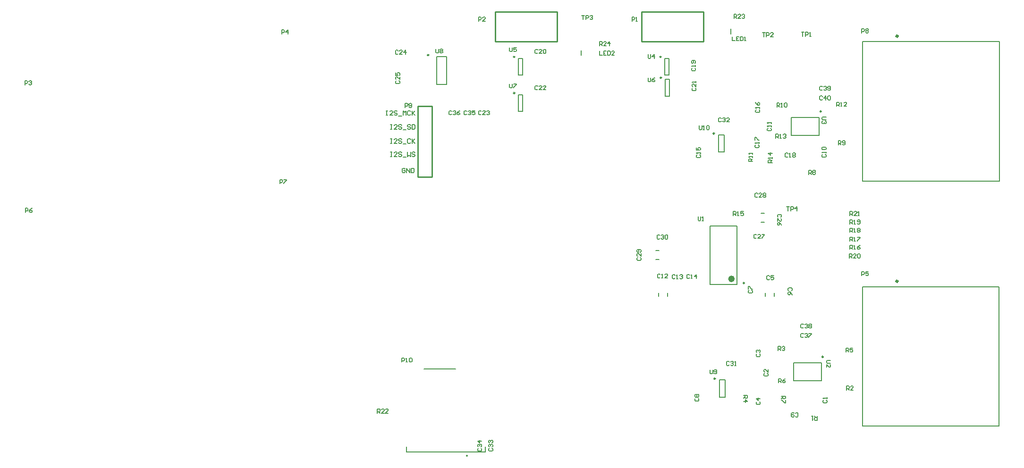
<source format=gto>
G04*
G04 #@! TF.GenerationSoftware,Altium Limited,Altium Designer,19.0.15 (446)*
G04*
G04 Layer_Color=65535*
%FSLAX25Y25*%
%MOIN*%
G70*
G01*
G75*
%ADD10C,0.01575*%
%ADD11C,0.00984*%
%ADD12C,0.02362*%
%ADD13C,0.00787*%
%ADD14C,0.01000*%
%ADD15C,0.00591*%
%ADD16C,0.00500*%
%ADD17C,0.00606*%
D10*
X628315Y297284D02*
G03*
X628315Y297284I-551J0D01*
G01*
X628158Y124055D02*
G03*
X628158Y124055I-551J0D01*
G01*
D11*
X499409Y55315D02*
G03*
X499409Y55315I-492J0D01*
G01*
X461201Y282677D02*
G03*
X461201Y282677I-492J0D01*
G01*
X575728Y70669D02*
G03*
X575728Y70669I-492J0D01*
G01*
X574331Y244094D02*
G03*
X574331Y244094I-492J0D01*
G01*
X297169Y283886D02*
G03*
X297169Y283886I-492J0D01*
G01*
X461516Y267913D02*
G03*
X461516Y267913I-492J0D01*
G01*
X498819Y228543D02*
G03*
X498819Y228543I-492J0D01*
G01*
X520079Y122835D02*
G03*
X520079Y122835I-492J0D01*
G01*
X357854Y282677D02*
G03*
X357854Y282677I-492J0D01*
G01*
Y257087D02*
G03*
X357854Y257087I-492J0D01*
G01*
D12*
X512008Y125787D02*
G03*
X512008Y125787I-1181J0D01*
G01*
D13*
X324449Y787D02*
G03*
X324449Y787I-394J0D01*
G01*
X603445Y194882D02*
Y293307D01*
Y194882D02*
X699902D01*
Y293307D01*
X603445D02*
X699902D01*
X506299Y42126D02*
Y54331D01*
X502362Y42126D02*
Y54331D01*
Y42126D02*
X506299D01*
X502362Y54331D02*
X506299D01*
X534646Y113386D02*
Y115748D01*
X540945Y113386D02*
Y115748D01*
X531693Y165813D02*
X534055D01*
X531693Y172113D02*
X534055D01*
X466811Y269685D02*
Y281496D01*
X463661Y269685D02*
Y281496D01*
Y269685D02*
X466811D01*
X463661Y281496D02*
X466811D01*
X554547Y53740D02*
Y66339D01*
X574232Y53740D02*
Y66339D01*
X554547Y53740D02*
X574232D01*
X554547Y66339D02*
X574232D01*
X553150Y227165D02*
Y239764D01*
X572835Y227165D02*
Y239764D01*
X553150Y227165D02*
X572835D01*
X553150Y239764D02*
X572835D01*
X302583Y263197D02*
Y282882D01*
X309669Y263197D02*
Y282882D01*
X302583D02*
X309669D01*
X302583Y263197D02*
X309669D01*
X467126Y254921D02*
Y266732D01*
X463976Y254921D02*
Y266732D01*
Y254921D02*
X467126D01*
X463976Y266732D02*
X467126D01*
X457382Y145669D02*
X459744D01*
X457382Y139370D02*
X459744D01*
X505709Y215354D02*
Y227559D01*
X501772Y215354D02*
Y227559D01*
Y215354D02*
X505709D01*
X501772Y227559D02*
X505709D01*
X495866Y163189D02*
X514764D01*
X495866Y121850D02*
X514764D01*
X495866D02*
Y163189D01*
X514764Y121850D02*
Y163189D01*
X603287Y120079D02*
X699744D01*
Y21654D02*
Y120079D01*
X603287Y21654D02*
X699744D01*
X603287D02*
Y120079D01*
X360315Y281496D02*
X363465D01*
X360315Y269685D02*
X363465D01*
X360315D02*
Y281496D01*
X363465Y269685D02*
Y281496D01*
X360315Y255906D02*
X363465D01*
X360315Y244094D02*
X363465D01*
X360315D02*
Y255906D01*
X363465Y244094D02*
Y255906D01*
X465748Y113386D02*
Y115748D01*
X459449Y113386D02*
Y115748D01*
D14*
X372716Y314449D02*
X387794D01*
Y293583D02*
Y314449D01*
X344195Y293583D02*
Y314449D01*
Y293583D02*
X387794D01*
X344195Y314449D02*
X376654D01*
X476063D02*
X491141D01*
Y293583D02*
Y314449D01*
X447541Y293583D02*
Y314449D01*
Y293583D02*
X491141D01*
X447541Y314449D02*
X480000D01*
X289488Y247835D02*
X299288D01*
Y197835D02*
Y247835D01*
X289488Y197835D02*
X299288D01*
X289488D02*
Y247835D01*
D15*
X510301Y298927D02*
Y302511D01*
X404789Y283688D02*
Y287272D01*
X280446Y203411D02*
X279921Y203936D01*
X278871D01*
X278346Y203411D01*
Y201312D01*
X278871Y200787D01*
X279921D01*
X280446Y201312D01*
Y202362D01*
X279396D01*
X281495Y200787D02*
Y203936D01*
X283594Y200787D01*
Y203936D01*
X284644D02*
Y200787D01*
X286218D01*
X286743Y201312D01*
Y203411D01*
X286218Y203936D01*
X284644D01*
X270079Y215353D02*
X271128D01*
X270603D01*
Y212205D01*
X270079D01*
X271128D01*
X274802D02*
X272703D01*
X274802Y214304D01*
Y214828D01*
X274277Y215353D01*
X273227D01*
X272703Y214828D01*
X277950D02*
X277426Y215353D01*
X276376D01*
X275851Y214828D01*
Y214304D01*
X276376Y213779D01*
X277426D01*
X277950Y213254D01*
Y212730D01*
X277426Y212205D01*
X276376D01*
X275851Y212730D01*
X279000Y211680D02*
X281099D01*
X282148Y215353D02*
Y212205D01*
X283198Y213254D01*
X284247Y212205D01*
Y215353D01*
X287396Y214828D02*
X286871Y215353D01*
X285822D01*
X285297Y214828D01*
Y214304D01*
X285822Y213779D01*
X286871D01*
X287396Y213254D01*
Y212730D01*
X286871Y212205D01*
X285822D01*
X285297Y212730D01*
X270079Y224743D02*
X271128D01*
X270603D01*
Y221595D01*
X270079D01*
X271128D01*
X274802D02*
X272703D01*
X274802Y223694D01*
Y224218D01*
X274277Y224743D01*
X273227D01*
X272703Y224218D01*
X277950D02*
X277426Y224743D01*
X276376D01*
X275851Y224218D01*
Y223694D01*
X276376Y223169D01*
X277426D01*
X277950Y222644D01*
Y222119D01*
X277426Y221595D01*
X276376D01*
X275851Y222119D01*
X279000Y221070D02*
X281099D01*
X284247Y224218D02*
X283723Y224743D01*
X282673D01*
X282148Y224218D01*
Y222119D01*
X282673Y221595D01*
X283723D01*
X284247Y222119D01*
X285297Y224743D02*
Y221595D01*
Y222644D01*
X287396Y224743D01*
X285822Y223169D01*
X287396Y221595D01*
X270079Y234645D02*
X271128D01*
X270603D01*
Y231496D01*
X270079D01*
X271128D01*
X274802D02*
X272703D01*
X274802Y233595D01*
Y234120D01*
X274277Y234645D01*
X273227D01*
X272703Y234120D01*
X277950D02*
X277426Y234645D01*
X276376D01*
X275851Y234120D01*
Y233595D01*
X276376Y233070D01*
X277426D01*
X277950Y232546D01*
Y232021D01*
X277426Y231496D01*
X276376D01*
X275851Y232021D01*
X279000Y230971D02*
X281099D01*
X284247Y234120D02*
X283723Y234645D01*
X282673D01*
X282148Y234120D01*
Y233595D01*
X282673Y233070D01*
X283723D01*
X284247Y232546D01*
Y232021D01*
X283723Y231496D01*
X282673D01*
X282148Y232021D01*
X285297Y234645D02*
Y231496D01*
X286871D01*
X287396Y232021D01*
Y234120D01*
X286871Y234645D01*
X285297D01*
X266929Y244487D02*
X267979D01*
X267454D01*
Y241339D01*
X266929D01*
X267979D01*
X271652D02*
X269553D01*
X271652Y243438D01*
Y243962D01*
X271127Y244487D01*
X270078D01*
X269553Y243962D01*
X274801D02*
X274276Y244487D01*
X273226D01*
X272702Y243962D01*
Y243438D01*
X273226Y242913D01*
X274276D01*
X274801Y242388D01*
Y241863D01*
X274276Y241339D01*
X273226D01*
X272702Y241863D01*
X275850Y240814D02*
X277949D01*
X278999Y241339D02*
Y244487D01*
X280048Y243438D01*
X281098Y244487D01*
Y241339D01*
X284246Y243962D02*
X283722Y244487D01*
X282672D01*
X282147Y243962D01*
Y241863D01*
X282672Y241339D01*
X283722D01*
X284246Y241863D01*
X285296Y244487D02*
Y241339D01*
Y242388D01*
X287395Y244487D01*
X285821Y242913D01*
X287395Y241339D01*
D16*
X293701Y62264D02*
X316142D01*
X281221Y3405D02*
Y7126D01*
Y3405D02*
X336890D01*
Y7126D01*
D17*
X575030Y254549D02*
X574555Y255024D01*
X573605D01*
X573130Y254549D01*
Y252650D01*
X573605Y252175D01*
X574555D01*
X575030Y252650D01*
X577404Y252175D02*
Y255024D01*
X575979Y253600D01*
X577879D01*
X578829Y254549D02*
X579304Y255024D01*
X580254D01*
X580728Y254549D01*
Y252650D01*
X580254Y252175D01*
X579304D01*
X578829Y252650D01*
Y254549D01*
X575030Y261430D02*
X574555Y261905D01*
X573605D01*
X573130Y261430D01*
Y259530D01*
X573605Y259055D01*
X574555D01*
X575030Y259530D01*
X575979Y261430D02*
X576454Y261905D01*
X577404D01*
X577879Y261430D01*
Y260955D01*
X577404Y260480D01*
X576929D01*
X577404D01*
X577879Y260005D01*
Y259530D01*
X577404Y259055D01*
X576454D01*
X575979Y259530D01*
X578829D02*
X579304Y259055D01*
X580254D01*
X580728Y259530D01*
Y261430D01*
X580254Y261905D01*
X579304D01*
X578829Y261430D01*
Y260955D01*
X579304Y260480D01*
X580728D01*
X561700Y93475D02*
X561225Y93950D01*
X560275D01*
X559800Y93475D01*
Y91575D01*
X560275Y91100D01*
X561225D01*
X561700Y91575D01*
X562649Y93475D02*
X563124Y93950D01*
X564074D01*
X564549Y93475D01*
Y93000D01*
X564074Y92525D01*
X563599D01*
X564074D01*
X564549Y92050D01*
Y91575D01*
X564074Y91100D01*
X563124D01*
X562649Y91575D01*
X565499Y93475D02*
X565974Y93950D01*
X566924D01*
X567399Y93475D01*
Y93000D01*
X566924Y92525D01*
X567399Y92050D01*
Y91575D01*
X566924Y91100D01*
X565974D01*
X565499Y91575D01*
Y92050D01*
X565974Y92525D01*
X565499Y93000D01*
Y93475D01*
X565974Y92525D02*
X566924D01*
X561700Y86675D02*
X561225Y87150D01*
X560275D01*
X559800Y86675D01*
Y84775D01*
X560275Y84300D01*
X561225D01*
X561700Y84775D01*
X562649Y86675D02*
X563124Y87150D01*
X564074D01*
X564549Y86675D01*
Y86200D01*
X564074Y85725D01*
X563599D01*
X564074D01*
X564549Y85250D01*
Y84775D01*
X564074Y84300D01*
X563124D01*
X562649Y84775D01*
X565499Y87150D02*
X567399D01*
Y86675D01*
X565499Y84775D01*
Y84300D01*
X602756Y299606D02*
Y302456D01*
X604181D01*
X604656Y301981D01*
Y301031D01*
X604181Y300556D01*
X602756D01*
X605605Y301981D02*
X606080Y302456D01*
X607030D01*
X607505Y301981D01*
Y301506D01*
X607030Y301031D01*
X607505Y300556D01*
Y300081D01*
X607030Y299606D01*
X606080D01*
X605605Y300081D01*
Y300556D01*
X606080Y301031D01*
X605605Y301506D01*
Y301981D01*
X606080Y301031D02*
X607030D01*
X536602Y232215D02*
X536127Y231740D01*
Y230790D01*
X536602Y230315D01*
X538502D01*
X538976Y230790D01*
Y231740D01*
X538502Y232215D01*
X538976Y233164D02*
Y234114D01*
Y233639D01*
X536127D01*
X536602Y233164D01*
X538976Y235539D02*
Y236489D01*
Y236014D01*
X536127D01*
X536602Y235539D01*
X487992Y234034D02*
Y231659D01*
X488467Y231184D01*
X489417D01*
X489892Y231659D01*
Y234034D01*
X490842Y231184D02*
X491791D01*
X491317D01*
Y234034D01*
X490842Y233559D01*
X493216D02*
X493691Y234034D01*
X494641D01*
X495116Y233559D01*
Y231659D01*
X494641Y231184D01*
X493691D01*
X493216Y231659D01*
Y233559D01*
X495669Y61511D02*
Y59136D01*
X496144Y58661D01*
X497094D01*
X497569Y59136D01*
Y61511D01*
X498519Y59136D02*
X498994Y58661D01*
X499943D01*
X500418Y59136D01*
Y61036D01*
X499943Y61511D01*
X498994D01*
X498519Y61036D01*
Y60561D01*
X498994Y60086D01*
X500418D01*
X302165Y288282D02*
Y285908D01*
X302640Y285433D01*
X303590D01*
X304065Y285908D01*
Y288282D01*
X305015Y287808D02*
X305490Y288282D01*
X306440D01*
X306914Y287808D01*
Y287333D01*
X306440Y286858D01*
X306914Y286383D01*
Y285908D01*
X306440Y285433D01*
X305490D01*
X305015Y285908D01*
Y286383D01*
X305490Y286858D01*
X305015Y287333D01*
Y287808D01*
X305490Y286858D02*
X306440D01*
X354200Y263549D02*
Y261175D01*
X354675Y260700D01*
X355625D01*
X356100Y261175D01*
Y263549D01*
X357049D02*
X358949D01*
Y263075D01*
X357049Y261175D01*
Y260700D01*
X451968Y267810D02*
Y265436D01*
X452443Y264961D01*
X453393D01*
X453868Y265436D01*
Y267810D01*
X456718D02*
X455768Y267335D01*
X454818Y266385D01*
Y265436D01*
X455293Y264961D01*
X456243D01*
X456718Y265436D01*
Y265910D01*
X456243Y266385D01*
X454818D01*
X354200Y289149D02*
Y286775D01*
X354675Y286300D01*
X355625D01*
X356100Y286775D01*
Y289149D01*
X358949D02*
X357049D01*
Y287725D01*
X357999Y288200D01*
X358474D01*
X358949Y287725D01*
Y286775D01*
X358474Y286300D01*
X357524D01*
X357049Y286775D01*
X451968Y284346D02*
Y281971D01*
X452443Y281496D01*
X453393D01*
X453868Y281971D01*
Y284346D01*
X456243Y281496D02*
Y284346D01*
X454818Y282921D01*
X456718D01*
X577653Y240158D02*
X575278D01*
X574803Y239683D01*
Y238733D01*
X575278Y238258D01*
X577653D01*
X577178Y237308D02*
X577653Y236833D01*
Y235883D01*
X577178Y235408D01*
X576703D01*
X576228Y235883D01*
Y236358D01*
Y235883D01*
X575753Y235408D01*
X575278D01*
X574803Y235883D01*
Y236833D01*
X575278Y237308D01*
X580802Y68110D02*
X578428D01*
X577953Y67635D01*
Y66685D01*
X578428Y66211D01*
X580802D01*
X577953Y63361D02*
Y65261D01*
X579852Y63361D01*
X580327D01*
X580802Y63836D01*
Y64786D01*
X580327Y65261D01*
X487300Y169749D02*
Y167375D01*
X487775Y166900D01*
X488725D01*
X489200Y167375D01*
Y169749D01*
X490149Y166900D02*
X491099D01*
X490624D01*
Y169749D01*
X490149Y169275D01*
X549800Y176750D02*
X551700D01*
X550750D01*
Y173900D01*
X552649D02*
Y176750D01*
X554074D01*
X554549Y176275D01*
Y175325D01*
X554074Y174850D01*
X552649D01*
X556924Y173900D02*
Y176750D01*
X555499Y175325D01*
X557399D01*
X405200Y311949D02*
X407100D01*
X406150D01*
Y309100D01*
X408049D02*
Y311949D01*
X409474D01*
X409949Y311475D01*
Y310525D01*
X409474Y310050D01*
X408049D01*
X410899Y311475D02*
X411374Y311949D01*
X412324D01*
X412799Y311475D01*
Y311000D01*
X412324Y310525D01*
X411849D01*
X412324D01*
X412799Y310050D01*
Y309575D01*
X412324Y309100D01*
X411374D01*
X410899Y309575D01*
X532677Y299700D02*
X534577D01*
X533627D01*
Y296850D01*
X535527D02*
Y299700D01*
X536951D01*
X537426Y299225D01*
Y298275D01*
X536951Y297800D01*
X535527D01*
X540276Y296850D02*
X538376D01*
X540276Y298750D01*
Y299225D01*
X539801Y299700D01*
X538851D01*
X538376Y299225D01*
X560236Y300094D02*
X562136D01*
X561186D01*
Y297244D01*
X563086D02*
Y300094D01*
X564510D01*
X564985Y299619D01*
Y298669D01*
X564510Y298194D01*
X563086D01*
X565935Y297244D02*
X566885D01*
X566410D01*
Y300094D01*
X565935Y299619D01*
X417717Y290551D02*
Y293401D01*
X419141D01*
X419616Y292926D01*
Y291976D01*
X419141Y291501D01*
X417717D01*
X418666D02*
X419616Y290551D01*
X422466D02*
X420566D01*
X422466Y292451D01*
Y292926D01*
X421991Y293401D01*
X421041D01*
X420566Y292926D01*
X424840Y290551D02*
Y293401D01*
X423416Y291976D01*
X425315D01*
X512598Y309842D02*
Y312692D01*
X514023D01*
X514498Y312217D01*
Y311267D01*
X514023Y310792D01*
X512598D01*
X513548D02*
X514498Y309842D01*
X517347D02*
X515448D01*
X517347Y311742D01*
Y312217D01*
X516873Y312692D01*
X515923D01*
X515448Y312217D01*
X518297D02*
X518772Y312692D01*
X519722D01*
X520197Y312217D01*
Y311742D01*
X519722Y311267D01*
X519247D01*
X519722D01*
X520197Y310792D01*
Y310317D01*
X519722Y309842D01*
X518772D01*
X518297Y310317D01*
X260827Y30935D02*
Y33784D01*
X262251D01*
X262726Y33310D01*
Y32360D01*
X262251Y31885D01*
X260827D01*
X261777D02*
X262726Y30935D01*
X265576D02*
X263676D01*
X265576Y32835D01*
Y33310D01*
X265101Y33784D01*
X264151D01*
X263676Y33310D01*
X268425Y30935D02*
X266526D01*
X268425Y32835D01*
Y33310D01*
X267951Y33784D01*
X267001D01*
X266526Y33310D01*
X594488Y170472D02*
Y173322D01*
X595913D01*
X596388Y172847D01*
Y171897D01*
X595913Y171422D01*
X594488D01*
X595438D02*
X596388Y170472D01*
X599237D02*
X597338D01*
X599237Y172372D01*
Y172847D01*
X598762Y173322D01*
X597813D01*
X597338Y172847D01*
X600187Y170472D02*
X601137D01*
X600662D01*
Y173322D01*
X600187Y172847D01*
X594095Y140551D02*
Y143401D01*
X595519D01*
X595994Y142926D01*
Y141976D01*
X595519Y141501D01*
X594095D01*
X595044D02*
X595994Y140551D01*
X598844D02*
X596944D01*
X598844Y142451D01*
Y142926D01*
X598369Y143401D01*
X597419D01*
X596944Y142926D01*
X599793D02*
X600268Y143401D01*
X601218D01*
X601693Y142926D01*
Y141026D01*
X601218Y140551D01*
X600268D01*
X599793Y141026D01*
Y142926D01*
X594488Y164567D02*
Y167416D01*
X595913D01*
X596388Y166941D01*
Y165992D01*
X595913Y165517D01*
X594488D01*
X595438D02*
X596388Y164567D01*
X597338D02*
X598287D01*
X597813D01*
Y167416D01*
X597338Y166941D01*
X599712Y165042D02*
X600187Y164567D01*
X601137D01*
X601612Y165042D01*
Y166941D01*
X601137Y167416D01*
X600187D01*
X599712Y166941D01*
Y166467D01*
X600187Y165992D01*
X601612D01*
X594488Y158661D02*
Y161511D01*
X595913D01*
X596388Y161036D01*
Y160086D01*
X595913Y159611D01*
X594488D01*
X595438D02*
X596388Y158661D01*
X597338D02*
X598287D01*
X597813D01*
Y161511D01*
X597338Y161036D01*
X599712D02*
X600187Y161511D01*
X601137D01*
X601612Y161036D01*
Y160561D01*
X601137Y160086D01*
X601612Y159611D01*
Y159136D01*
X601137Y158661D01*
X600187D01*
X599712Y159136D01*
Y159611D01*
X600187Y160086D01*
X599712Y160561D01*
Y161036D01*
X600187Y160086D02*
X601137D01*
X594488Y152362D02*
Y155212D01*
X595913D01*
X596388Y154737D01*
Y153787D01*
X595913Y153312D01*
X594488D01*
X595438D02*
X596388Y152362D01*
X597338D02*
X598287D01*
X597813D01*
Y155212D01*
X597338Y154737D01*
X599712Y155212D02*
X601612D01*
Y154737D01*
X599712Y152837D01*
Y152362D01*
X594488Y146638D02*
Y149487D01*
X595913D01*
X596388Y149012D01*
Y148063D01*
X595913Y147588D01*
X594488D01*
X595438D02*
X596388Y146638D01*
X597338D02*
X598287D01*
X597813D01*
Y149487D01*
X597338Y149012D01*
X601612Y149487D02*
X600662Y149012D01*
X599712Y148063D01*
Y147113D01*
X600187Y146638D01*
X601137D01*
X601612Y147113D01*
Y147588D01*
X601137Y148063D01*
X599712D01*
X512205Y170472D02*
Y173322D01*
X513629D01*
X514104Y172847D01*
Y171897D01*
X513629Y171422D01*
X512205D01*
X513155D02*
X514104Y170472D01*
X515054D02*
X516004D01*
X515529D01*
Y173322D01*
X515054Y172847D01*
X519328Y173322D02*
X517429D01*
Y171897D01*
X518379Y172372D01*
X518854D01*
X519328Y171897D01*
Y170947D01*
X518854Y170472D01*
X517904D01*
X517429Y170947D01*
X539705Y207874D02*
X536855D01*
Y209299D01*
X537330Y209774D01*
X538280D01*
X538755Y209299D01*
Y207874D01*
Y208824D02*
X539705Y209774D01*
Y210723D02*
Y211673D01*
Y211198D01*
X536855D01*
X537330Y210723D01*
X539705Y214523D02*
X536855D01*
X538280Y213098D01*
Y214998D01*
X542126Y225197D02*
Y228046D01*
X543551D01*
X544026Y227571D01*
Y226622D01*
X543551Y226147D01*
X542126D01*
X543076D02*
X544026Y225197D01*
X544976D02*
X545925D01*
X545450D01*
Y228046D01*
X544976Y227571D01*
X547350D02*
X547825Y228046D01*
X548775D01*
X549250Y227571D01*
Y227097D01*
X548775Y226622D01*
X548300D01*
X548775D01*
X549250Y226147D01*
Y225672D01*
X548775Y225197D01*
X547825D01*
X547350Y225672D01*
X585039Y247638D02*
Y250487D01*
X586464D01*
X586939Y250012D01*
Y249062D01*
X586464Y248588D01*
X585039D01*
X585989D02*
X586939Y247638D01*
X587889D02*
X588839D01*
X588364D01*
Y250487D01*
X587889Y250012D01*
X592163Y247638D02*
X590263D01*
X592163Y249537D01*
Y250012D01*
X591688Y250487D01*
X590738D01*
X590263Y250012D01*
X525787Y208661D02*
X522938D01*
Y210086D01*
X523413Y210561D01*
X524363D01*
X524838Y210086D01*
Y208661D01*
Y209611D02*
X525787Y210561D01*
Y211511D02*
Y212461D01*
Y211986D01*
X522938D01*
X523413Y211511D01*
X525787Y213885D02*
Y214835D01*
Y214360D01*
X522938D01*
X523413Y213885D01*
X542913Y247244D02*
Y250094D01*
X544338D01*
X544813Y249619D01*
Y248669D01*
X544338Y248194D01*
X542913D01*
X543863D02*
X544813Y247244D01*
X545763D02*
X546713D01*
X546238D01*
Y250094D01*
X545763Y249619D01*
X548137D02*
X548612Y250094D01*
X549562D01*
X550037Y249619D01*
Y247719D01*
X549562Y247244D01*
X548612D01*
X548137Y247719D01*
Y249619D01*
X586221Y220472D02*
Y223322D01*
X587645D01*
X588120Y222847D01*
Y221897D01*
X587645Y221422D01*
X586221D01*
X587170D02*
X588120Y220472D01*
X589070Y220947D02*
X589545Y220472D01*
X590495D01*
X590970Y220947D01*
Y222847D01*
X590495Y223322D01*
X589545D01*
X589070Y222847D01*
Y222372D01*
X589545Y221897D01*
X590970D01*
X565354Y199606D02*
Y202456D01*
X566779D01*
X567254Y201981D01*
Y201031D01*
X566779Y200556D01*
X565354D01*
X566304D02*
X567254Y199606D01*
X568204Y201981D02*
X568679Y202456D01*
X569628D01*
X570103Y201981D01*
Y201506D01*
X569628Y201031D01*
X570103Y200556D01*
Y200081D01*
X569628Y199606D01*
X568679D01*
X568204Y200081D01*
Y200556D01*
X568679Y201031D01*
X568204Y201506D01*
Y201981D01*
X568679Y201031D02*
X569628D01*
X546063Y42913D02*
X548912D01*
Y41489D01*
X548438Y41014D01*
X547488D01*
X547013Y41489D01*
Y42913D01*
Y41964D02*
X546063Y41014D01*
X548912Y40064D02*
Y38164D01*
X548438D01*
X546538Y40064D01*
X546063D01*
X544095Y52362D02*
Y55212D01*
X545519D01*
X545994Y54737D01*
Y53787D01*
X545519Y53312D01*
X544095D01*
X545044D02*
X545994Y52362D01*
X548844Y55212D02*
X547894Y54737D01*
X546944Y53787D01*
Y52837D01*
X547419Y52362D01*
X548369D01*
X548844Y52837D01*
Y53312D01*
X548369Y53787D01*
X546944D01*
X591732Y74016D02*
Y76865D01*
X593157D01*
X593632Y76390D01*
Y75441D01*
X593157Y74966D01*
X591732D01*
X592682D02*
X593632Y74016D01*
X596481Y76865D02*
X594582D01*
Y75441D01*
X595532Y75915D01*
X596006D01*
X596481Y75441D01*
Y74491D01*
X596006Y74016D01*
X595057D01*
X594582Y74491D01*
X519291Y43307D02*
X522141D01*
Y41882D01*
X521666Y41407D01*
X520716D01*
X520241Y41882D01*
Y43307D01*
Y42357D02*
X519291Y41407D01*
Y39033D02*
X522141D01*
X520716Y40458D01*
Y38558D01*
X543701Y75197D02*
Y78046D01*
X545125D01*
X545600Y77571D01*
Y76622D01*
X545125Y76147D01*
X543701D01*
X544651D02*
X545600Y75197D01*
X546550Y77571D02*
X547025Y78046D01*
X547975D01*
X548450Y77571D01*
Y77096D01*
X547975Y76622D01*
X547500D01*
X547975D01*
X548450Y76147D01*
Y75672D01*
X547975Y75197D01*
X547025D01*
X546550Y75672D01*
X592126Y47244D02*
Y50094D01*
X593551D01*
X594026Y49619D01*
Y48669D01*
X593551Y48194D01*
X592126D01*
X593076D02*
X594026Y47244D01*
X596875D02*
X594976D01*
X596875Y49144D01*
Y49619D01*
X596400Y50094D01*
X595450D01*
X594976Y49619D01*
X571260Y28740D02*
Y25891D01*
X569835D01*
X569360Y26366D01*
Y27315D01*
X569835Y27790D01*
X571260D01*
X570310D02*
X569360Y28740D01*
X568410D02*
X567460D01*
X567936D01*
Y25891D01*
X568410Y26366D01*
X278100Y67000D02*
Y69849D01*
X279525D01*
X280000Y69375D01*
Y68425D01*
X279525Y67950D01*
X278100D01*
X280949Y67000D02*
X281899D01*
X281424D01*
Y69849D01*
X280949Y69375D01*
X283324D02*
X283799Y69849D01*
X284749D01*
X285224Y69375D01*
Y67475D01*
X284749Y67000D01*
X283799D01*
X283324Y67475D01*
Y69375D01*
X280315Y246850D02*
Y249700D01*
X281740D01*
X282215Y249225D01*
Y248275D01*
X281740Y247800D01*
X280315D01*
X283164Y247325D02*
X283639Y246850D01*
X284589D01*
X285064Y247325D01*
Y249225D01*
X284589Y249700D01*
X283639D01*
X283164Y249225D01*
Y248750D01*
X283639Y248275D01*
X285064D01*
X191900Y193000D02*
Y195850D01*
X193325D01*
X193800Y195375D01*
Y194425D01*
X193325Y193950D01*
X191900D01*
X194749Y195850D02*
X196649D01*
Y195375D01*
X194749Y193475D01*
Y193000D01*
X12300Y172800D02*
Y175649D01*
X13725D01*
X14200Y175175D01*
Y174225D01*
X13725Y173750D01*
X12300D01*
X17049Y175649D02*
X16099Y175175D01*
X15149Y174225D01*
Y173275D01*
X15624Y172800D01*
X16574D01*
X17049Y173275D01*
Y173750D01*
X16574Y174225D01*
X15149D01*
X602700Y128000D02*
Y130850D01*
X604125D01*
X604600Y130375D01*
Y129425D01*
X604125Y128950D01*
X602700D01*
X607449Y130850D02*
X605549D01*
Y129425D01*
X606499Y129900D01*
X606974D01*
X607449Y129425D01*
Y128475D01*
X606974Y128000D01*
X606024D01*
X605549Y128475D01*
X193307Y298819D02*
Y301668D01*
X194732D01*
X195207Y301193D01*
Y300244D01*
X194732Y299769D01*
X193307D01*
X197581Y298819D02*
Y301668D01*
X196157Y300244D01*
X198056D01*
X11900Y262900D02*
Y265750D01*
X13325D01*
X13800Y265275D01*
Y264325D01*
X13325Y263850D01*
X11900D01*
X14750Y265275D02*
X15224Y265750D01*
X16174D01*
X16649Y265275D01*
Y264800D01*
X16174Y264325D01*
X15699D01*
X16174D01*
X16649Y263850D01*
Y263375D01*
X16174Y262900D01*
X15224D01*
X14750Y263375D01*
X332283Y307874D02*
Y310723D01*
X333708D01*
X334183Y310249D01*
Y309299D01*
X333708Y308824D01*
X332283D01*
X337033Y307874D02*
X335133D01*
X337033Y309774D01*
Y310249D01*
X336558Y310723D01*
X335608D01*
X335133Y310249D01*
X440551Y307874D02*
Y310723D01*
X441976D01*
X442451Y310249D01*
Y309299D01*
X441976Y308824D01*
X440551D01*
X443401Y307874D02*
X444350D01*
X443876D01*
Y310723D01*
X443401Y310249D01*
X417717Y286708D02*
Y283858D01*
X419616D01*
X422466Y286708D02*
X420566D01*
Y283858D01*
X422466D01*
X420566Y285283D02*
X421516D01*
X423416Y286708D02*
Y283858D01*
X424840D01*
X425315Y284333D01*
Y286233D01*
X424840Y286708D01*
X423416D01*
X428165Y283858D02*
X426265D01*
X428165Y285758D01*
Y286233D01*
X427690Y286708D01*
X426740D01*
X426265Y286233D01*
X511417Y296944D02*
Y294094D01*
X513317D01*
X516166Y296944D02*
X514267D01*
Y294094D01*
X516166D01*
X514267Y295519D02*
X515217D01*
X517116Y296944D02*
Y294094D01*
X518541D01*
X519016Y294569D01*
Y296469D01*
X518541Y296944D01*
X517116D01*
X519966Y294094D02*
X520916D01*
X520441D01*
Y296944D01*
X519966Y296469D01*
X313317Y244107D02*
X312842Y244582D01*
X311892D01*
X311417Y244107D01*
Y242207D01*
X311892Y241732D01*
X312842D01*
X313317Y242207D01*
X314267Y244107D02*
X314742Y244582D01*
X315691D01*
X316166Y244107D01*
Y243632D01*
X315691Y243157D01*
X315217D01*
X315691D01*
X316166Y242682D01*
Y242207D01*
X315691Y241732D01*
X314742D01*
X314267Y242207D01*
X319016Y244582D02*
X318066Y244107D01*
X317116Y243157D01*
Y242207D01*
X317591Y241732D01*
X318541D01*
X319016Y242207D01*
Y242682D01*
X318541Y243157D01*
X317116D01*
X323947Y244107D02*
X323472Y244582D01*
X322522D01*
X322047Y244107D01*
Y242207D01*
X322522Y241732D01*
X323472D01*
X323947Y242207D01*
X324897Y244107D02*
X325372Y244582D01*
X326321D01*
X326796Y244107D01*
Y243632D01*
X326321Y243157D01*
X325847D01*
X326321D01*
X326796Y242682D01*
Y242207D01*
X326321Y241732D01*
X325372D01*
X324897Y242207D01*
X329646Y244582D02*
X327746D01*
Y243157D01*
X328696Y243632D01*
X329171D01*
X329646Y243157D01*
Y242207D01*
X329171Y241732D01*
X328221D01*
X327746Y242207D01*
X332074Y6033D02*
X331599Y5559D01*
Y4609D01*
X332074Y4134D01*
X333974D01*
X334449Y4609D01*
Y5559D01*
X333974Y6033D01*
X332074Y6983D02*
X331599Y7458D01*
Y8408D01*
X332074Y8883D01*
X332549D01*
X333024Y8408D01*
Y7933D01*
Y8408D01*
X333499Y8883D01*
X333974D01*
X334449Y8408D01*
Y7458D01*
X333974Y6983D01*
X334449Y11258D02*
X331599D01*
X333024Y9833D01*
Y11733D01*
X339919Y6033D02*
X339444Y5559D01*
Y4609D01*
X339919Y4134D01*
X341818D01*
X342293Y4609D01*
Y5559D01*
X341818Y6033D01*
X339919Y6983D02*
X339444Y7458D01*
Y8408D01*
X339919Y8883D01*
X340394D01*
X340869Y8408D01*
Y7933D01*
Y8408D01*
X341343Y8883D01*
X341818D01*
X342293Y8408D01*
Y7458D01*
X341818Y6983D01*
X339919Y9833D02*
X339444Y10308D01*
Y11258D01*
X339919Y11733D01*
X340394D01*
X340869Y11258D01*
Y10783D01*
Y11258D01*
X341343Y11733D01*
X341818D01*
X342293Y11258D01*
Y10308D01*
X341818Y9833D01*
X503573Y239066D02*
X503098Y239541D01*
X502148D01*
X501673Y239066D01*
Y237166D01*
X502148Y236691D01*
X503098D01*
X503573Y237166D01*
X504523Y239066D02*
X504998Y239541D01*
X505947D01*
X506422Y239066D01*
Y238591D01*
X505947Y238116D01*
X505473D01*
X505947D01*
X506422Y237641D01*
Y237166D01*
X505947Y236691D01*
X504998D01*
X504523Y237166D01*
X509272Y236691D02*
X507372D01*
X509272Y238591D01*
Y239066D01*
X508797Y239541D01*
X507847D01*
X507372Y239066D01*
X509300Y66975D02*
X508825Y67449D01*
X507875D01*
X507400Y66975D01*
Y65075D01*
X507875Y64600D01*
X508825D01*
X509300Y65075D01*
X510250Y66975D02*
X510724Y67449D01*
X511674D01*
X512149Y66975D01*
Y66500D01*
X511674Y66025D01*
X511199D01*
X511674D01*
X512149Y65550D01*
Y65075D01*
X511674Y64600D01*
X510724D01*
X510250Y65075D01*
X513099Y64600D02*
X514049D01*
X513574D01*
Y67449D01*
X513099Y66975D01*
X460167Y156312D02*
X459692Y156787D01*
X458743D01*
X458268Y156312D01*
Y154412D01*
X458743Y153937D01*
X459692D01*
X460167Y154412D01*
X461117Y156312D02*
X461592Y156787D01*
X462542D01*
X463017Y156312D01*
Y155837D01*
X462542Y155362D01*
X462067D01*
X462542D01*
X463017Y154887D01*
Y154412D01*
X462542Y153937D01*
X461592D01*
X461117Y154412D01*
X463967Y156312D02*
X464442Y156787D01*
X465391D01*
X465866Y156312D01*
Y154412D01*
X465391Y153937D01*
X464442D01*
X463967Y154412D01*
Y156312D01*
X444562Y140778D02*
X444088Y140303D01*
Y139353D01*
X444562Y138878D01*
X446462D01*
X446937Y139353D01*
Y140303D01*
X446462Y140778D01*
X446937Y143627D02*
Y141727D01*
X445037Y143627D01*
X444562D01*
X444088Y143152D01*
Y142202D01*
X444562Y141727D01*
X446462Y144577D02*
X446937Y145052D01*
Y146002D01*
X446462Y146476D01*
X444562D01*
X444088Y146002D01*
Y145052D01*
X444562Y144577D01*
X445037D01*
X445512Y145052D01*
Y146476D01*
X529360Y185839D02*
X528885Y186314D01*
X527936D01*
X527461Y185839D01*
Y183940D01*
X527936Y183465D01*
X528885D01*
X529360Y183940D01*
X532210Y183465D02*
X530310D01*
X532210Y185364D01*
Y185839D01*
X531735Y186314D01*
X530785D01*
X530310Y185839D01*
X533160D02*
X533635Y186314D01*
X534584D01*
X535059Y185839D01*
Y185364D01*
X534584Y184889D01*
X535059Y184414D01*
Y183940D01*
X534584Y183465D01*
X533635D01*
X533160Y183940D01*
Y184414D01*
X533635Y184889D01*
X533160Y185364D01*
Y185839D01*
X533635Y184889D02*
X534584D01*
X528500Y156705D02*
X528025Y157180D01*
X527075D01*
X526600Y156705D01*
Y154806D01*
X527075Y154331D01*
X528025D01*
X528500Y154806D01*
X531349Y154331D02*
X529450D01*
X531349Y156230D01*
Y156705D01*
X530874Y157180D01*
X529924D01*
X529450Y156705D01*
X532299Y157180D02*
X534199D01*
Y156705D01*
X532299Y154806D01*
Y154331D01*
X545682Y169360D02*
X546157Y169835D01*
Y170785D01*
X545682Y171260D01*
X543782D01*
X543307Y170785D01*
Y169835D01*
X543782Y169360D01*
X543307Y166511D02*
Y168410D01*
X545207Y166511D01*
X545682D01*
X546157Y166986D01*
Y167936D01*
X545682Y168410D01*
X546157Y163661D02*
X545682Y164611D01*
X544732Y165561D01*
X543782D01*
X543307Y165086D01*
Y164136D01*
X543782Y163661D01*
X544257D01*
X544732Y164136D01*
Y165561D01*
X274200Y265679D02*
X273725Y265204D01*
Y264254D01*
X274200Y263779D01*
X276100D01*
X276575Y264254D01*
Y265204D01*
X276100Y265679D01*
X276575Y268529D02*
Y266629D01*
X274675Y268529D01*
X274200D01*
X273725Y268054D01*
Y267104D01*
X274200Y266629D01*
X273725Y271378D02*
Y269479D01*
X275150D01*
X274675Y270428D01*
Y270903D01*
X275150Y271378D01*
X276100D01*
X276575Y270903D01*
Y269953D01*
X276100Y269479D01*
X275522Y286823D02*
X275047Y287298D01*
X274097D01*
X273622Y286823D01*
Y284924D01*
X274097Y284449D01*
X275047D01*
X275522Y284924D01*
X278371Y284449D02*
X276471D01*
X278371Y286349D01*
Y286823D01*
X277896Y287298D01*
X276946D01*
X276471Y286823D01*
X280746Y284449D02*
Y287298D01*
X279321Y285874D01*
X281221D01*
X334183Y244107D02*
X333708Y244582D01*
X332758D01*
X332283Y244107D01*
Y242207D01*
X332758Y241732D01*
X333708D01*
X334183Y242207D01*
X337033Y241732D02*
X335133D01*
X337033Y243632D01*
Y244107D01*
X336558Y244582D01*
X335608D01*
X335133Y244107D01*
X337982D02*
X338457Y244582D01*
X339407D01*
X339882Y244107D01*
Y243632D01*
X339407Y243157D01*
X338932D01*
X339407D01*
X339882Y242682D01*
Y242207D01*
X339407Y241732D01*
X338457D01*
X337982Y242207D01*
X374100Y261775D02*
X373625Y262249D01*
X372675D01*
X372200Y261775D01*
Y259875D01*
X372675Y259400D01*
X373625D01*
X374100Y259875D01*
X376949Y259400D02*
X375049D01*
X376949Y261300D01*
Y261775D01*
X376474Y262249D01*
X375524D01*
X375049Y261775D01*
X379799Y259400D02*
X377899D01*
X379799Y261300D01*
Y261775D01*
X379324Y262249D01*
X378374D01*
X377899Y261775D01*
X483452Y260561D02*
X482977Y260086D01*
Y259136D01*
X483452Y258661D01*
X485352D01*
X485827Y259136D01*
Y260086D01*
X485352Y260561D01*
X485827Y263410D02*
Y261511D01*
X483927Y263410D01*
X483452D01*
X482977Y262936D01*
Y261986D01*
X483452Y261511D01*
X485827Y264360D02*
Y265310D01*
Y264835D01*
X482977D01*
X483452Y264360D01*
X374100Y287475D02*
X373625Y287949D01*
X372675D01*
X372200Y287475D01*
Y285575D01*
X372675Y285100D01*
X373625D01*
X374100Y285575D01*
X376949Y285100D02*
X375049D01*
X376949Y287000D01*
Y287475D01*
X376474Y287949D01*
X375524D01*
X375049Y287475D01*
X377899D02*
X378374Y287949D01*
X379324D01*
X379799Y287475D01*
Y285575D01*
X379324Y285100D01*
X378374D01*
X377899Y285575D01*
Y287475D01*
X483059Y274734D02*
X482584Y274259D01*
Y273310D01*
X483059Y272835D01*
X484958D01*
X485433Y273310D01*
Y274259D01*
X484958Y274734D01*
X485433Y275684D02*
Y276634D01*
Y276159D01*
X482584D01*
X483059Y275684D01*
X484958Y278059D02*
X485433Y278534D01*
Y279483D01*
X484958Y279958D01*
X483059D01*
X482584Y279483D01*
Y278534D01*
X483059Y278059D01*
X483533D01*
X484008Y278534D01*
Y279958D01*
X550718Y214186D02*
X550244Y214661D01*
X549294D01*
X548819Y214186D01*
Y212286D01*
X549294Y211811D01*
X550244D01*
X550718Y212286D01*
X551668Y211811D02*
X552618D01*
X552143D01*
Y214661D01*
X551668Y214186D01*
X554043D02*
X554518Y214661D01*
X555468D01*
X555943Y214186D01*
Y213711D01*
X555468Y213236D01*
X555943Y212761D01*
Y212286D01*
X555468Y211811D01*
X554518D01*
X554043Y212286D01*
Y212761D01*
X554518Y213236D01*
X554043Y213711D01*
Y214186D01*
X554518Y213236D02*
X555468D01*
X527940Y220404D02*
X527465Y219929D01*
Y218979D01*
X527940Y218504D01*
X529840D01*
X530315Y218979D01*
Y219929D01*
X529840Y220404D01*
X530315Y221353D02*
Y222303D01*
Y221828D01*
X527465D01*
X527940Y221353D01*
X527465Y223728D02*
Y225628D01*
X527940D01*
X529840Y223728D01*
X530315D01*
X528334Y245207D02*
X527859Y244732D01*
Y243782D01*
X528334Y243307D01*
X530234D01*
X530709Y243782D01*
Y244732D01*
X530234Y245207D01*
X530709Y246157D02*
Y247106D01*
Y246632D01*
X527859D01*
X528334Y246157D01*
X527859Y250431D02*
X528334Y249481D01*
X529284Y248531D01*
X530234D01*
X530709Y249006D01*
Y249956D01*
X530234Y250431D01*
X529759D01*
X529284Y249956D01*
Y248531D01*
X486602Y213317D02*
X486127Y212842D01*
Y211892D01*
X486602Y211417D01*
X488502D01*
X488976Y211892D01*
Y212842D01*
X488502Y213317D01*
X488976Y214267D02*
Y215217D01*
Y214742D01*
X486127D01*
X486602Y214267D01*
X486127Y218541D02*
Y216641D01*
X487552D01*
X487077Y217591D01*
Y218066D01*
X487552Y218541D01*
X488502D01*
X488976Y218066D01*
Y217116D01*
X488502Y216641D01*
X481300Y128475D02*
X480825Y128949D01*
X479875D01*
X479400Y128475D01*
Y126575D01*
X479875Y126100D01*
X480825D01*
X481300Y126575D01*
X482249Y126100D02*
X483199D01*
X482724D01*
Y128949D01*
X482249Y128475D01*
X486049Y126100D02*
Y128949D01*
X484624Y127525D01*
X486524D01*
X471000Y128275D02*
X470525Y128750D01*
X469575D01*
X469100Y128275D01*
Y126375D01*
X469575Y125900D01*
X470525D01*
X471000Y126375D01*
X471949Y125900D02*
X472899D01*
X472424D01*
Y128750D01*
X471949Y128275D01*
X474324D02*
X474799Y128750D01*
X475749D01*
X476224Y128275D01*
Y127800D01*
X475749Y127325D01*
X475274D01*
X475749D01*
X476224Y126850D01*
Y126375D01*
X475749Y125900D01*
X474799D01*
X474324Y126375D01*
X460500Y128675D02*
X460025Y129149D01*
X459075D01*
X458600Y128675D01*
Y126775D01*
X459075Y126300D01*
X460025D01*
X460500Y126775D01*
X461449Y126300D02*
X462399D01*
X461924D01*
Y129149D01*
X461449Y128675D01*
X465724Y126300D02*
X463824D01*
X465724Y128200D01*
Y128675D01*
X465249Y129149D01*
X464299D01*
X463824Y128675D01*
X575184Y213711D02*
X574710Y213236D01*
Y212286D01*
X575184Y211811D01*
X577084D01*
X577559Y212286D01*
Y213236D01*
X577084Y213711D01*
X577559Y214661D02*
Y215610D01*
Y215135D01*
X574710D01*
X575184Y214661D01*
Y217035D02*
X574710Y217510D01*
Y218460D01*
X575184Y218935D01*
X577084D01*
X577559Y218460D01*
Y217510D01*
X577084Y217035D01*
X575184D01*
X555974Y28728D02*
X556449Y28253D01*
X557399D01*
X557874Y28728D01*
Y30627D01*
X557399Y31102D01*
X556449D01*
X555974Y30627D01*
X555024D02*
X554550Y31102D01*
X553600D01*
X553125Y30627D01*
Y28728D01*
X553600Y28253D01*
X554550D01*
X555024Y28728D01*
Y29203D01*
X554550Y29678D01*
X553125D01*
X485421Y41270D02*
X484946Y40795D01*
Y39845D01*
X485421Y39370D01*
X487320D01*
X487795Y39845D01*
Y40795D01*
X487320Y41270D01*
X485421Y42219D02*
X484946Y42695D01*
Y43644D01*
X485421Y44119D01*
X485896D01*
X486371Y43644D01*
X486845Y44119D01*
X487320D01*
X487795Y43644D01*
Y42695D01*
X487320Y42219D01*
X486845D01*
X486371Y42695D01*
X485896Y42219D01*
X485421D01*
X486371Y42695D02*
Y43644D01*
X523216Y117648D02*
X522741Y117173D01*
Y116223D01*
X523216Y115748D01*
X525116D01*
X525591Y116223D01*
Y117173D01*
X525116Y117648D01*
X522741Y118597D02*
Y120497D01*
X523216D01*
X525116Y118597D01*
X525591D01*
X553162Y117392D02*
X553637Y117867D01*
Y118816D01*
X553162Y119291D01*
X551262D01*
X550787Y118816D01*
Y117867D01*
X551262Y117392D01*
X553637Y114542D02*
X553162Y115492D01*
X552212Y116442D01*
X551262D01*
X550787Y115967D01*
Y115017D01*
X551262Y114542D01*
X551737D01*
X552212Y115017D01*
Y116442D01*
X537726Y127571D02*
X537252Y128046D01*
X536302D01*
X535827Y127571D01*
Y125672D01*
X536302Y125197D01*
X537252D01*
X537726Y125672D01*
X540576Y128046D02*
X538676D01*
Y126622D01*
X539626Y127096D01*
X540101D01*
X540576Y126622D01*
Y125672D01*
X540101Y125197D01*
X539151D01*
X538676Y125672D01*
X528728Y38908D02*
X528253Y38433D01*
Y37483D01*
X528728Y37008D01*
X530627D01*
X531102Y37483D01*
Y38433D01*
X530627Y38908D01*
X531102Y41282D02*
X528253D01*
X529678Y39857D01*
Y41757D01*
X528728Y72766D02*
X528253Y72291D01*
Y71341D01*
X528728Y70866D01*
X530627D01*
X531102Y71341D01*
Y72291D01*
X530627Y72766D01*
X528728Y73716D02*
X528253Y74190D01*
Y75140D01*
X528728Y75615D01*
X529203D01*
X529678Y75140D01*
Y74665D01*
Y75140D01*
X530153Y75615D01*
X530627D01*
X531102Y75140D01*
Y74190D01*
X530627Y73716D01*
X534240Y58986D02*
X533765Y58511D01*
Y57561D01*
X534240Y57087D01*
X536139D01*
X536614Y57561D01*
Y58511D01*
X536139Y58986D01*
X536614Y61836D02*
Y59936D01*
X534715Y61836D01*
X534240D01*
X533765Y61361D01*
Y60411D01*
X534240Y59936D01*
X575972Y40089D02*
X575497Y39614D01*
Y38664D01*
X575972Y38189D01*
X577872D01*
X578346Y38664D01*
Y39614D01*
X577872Y40089D01*
X578346Y41039D02*
Y41988D01*
Y41513D01*
X575497D01*
X575972Y41039D01*
M02*

</source>
